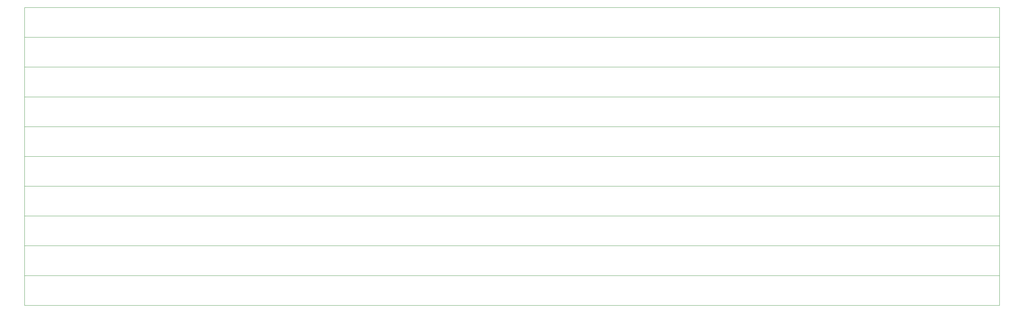
<source format=gko>
*
%FSTAX26Y26*%
%MOIN*%
%ADD10C,0.005906*%
%IPPOS*%
%LN1ph24165a.gko*%
%LPD*%
G75*
G54D10*
XY005906D02*
YD01*
Y005906D02*
YD01*
X192913D02*
Y005906D01*
YD02*
Y005808D01*
XYD02*
X192913D01*
XD02*
X192913D01*
Y005906D02*
XD01*
X192913D02*
XD01*
Y01181151D02*
Y00590551D01*
Y01181151D02*
Y00590551D01*
X192913D02*
Y01181151D01*
Y00590551D02*
Y01171351D01*
XY00590551D02*
X192913D01*
XD02*
X192913D01*
Y01181151D02*
XD01*
X192913D02*
XD01*
Y01771702D02*
Y01181102D01*
Y01771702D02*
Y01181102D01*
X192913D02*
Y01771702D01*
Y01181102D02*
Y01761902D01*
XY01181102D02*
X192913D01*
XD02*
X192913D01*
Y01771702D02*
XD01*
X192913D02*
XD01*
Y02362254D02*
Y01771654D01*
Y02362254D02*
Y01771654D01*
X192913D02*
Y02362254D01*
Y01771654D02*
Y02352454D01*
XY01771654D02*
X192913D01*
XD02*
X192913D01*
Y02362254D02*
XD01*
X192913D02*
XD01*
Y02952805D02*
Y02362205D01*
Y02952805D02*
Y02362205D01*
X192913D02*
Y02952805D01*
Y02362205D02*
Y02943005D01*
XY02362205D02*
X192913D01*
XD02*
X192913D01*
Y02952805D02*
XD01*
X192913D02*
XD01*
Y03543356D02*
Y02952756D01*
Y03543356D02*
Y02952756D01*
X192913D02*
Y03543356D01*
Y02952756D02*
Y03533556D01*
XY02952756D02*
X192913D01*
XD02*
X192913D01*
Y03543356D02*
XD01*
X192913D02*
XD01*
Y04133907D02*
Y03543307D01*
Y04133907D02*
Y03543307D01*
X192913D02*
Y04133907D01*
Y03543307D02*
Y04124107D01*
XY03543307D02*
X192913D01*
XD02*
X192913D01*
Y04133907D02*
XD01*
X192913D02*
XD01*
Y04724458D02*
Y04133858D01*
Y04724458D02*
Y04133858D01*
X192913D02*
Y04724458D01*
Y04133858D02*
Y04714658D01*
XY04133858D02*
X192913D01*
XD02*
X192913D01*
Y04724458D02*
XD01*
X192913D02*
XD01*
Y05315009D02*
Y04724409D01*
Y05315009D02*
Y04724409D01*
X192913D02*
Y05315009D01*
Y04724409D02*
Y05305209D01*
XY04724409D02*
X192913D01*
XD02*
X192913D01*
Y05315009D02*
XD01*
X192913D02*
XD01*
Y05905561D02*
Y05314961D01*
Y05905561D02*
Y05314961D01*
X192913D02*
Y05905561D01*
Y05314961D02*
Y05895761D01*
XY05314961D02*
X192913D01*
XD02*
X192913D01*
Y05905561D02*
XD01*
X192913D02*
XD01*
M02*

</source>
